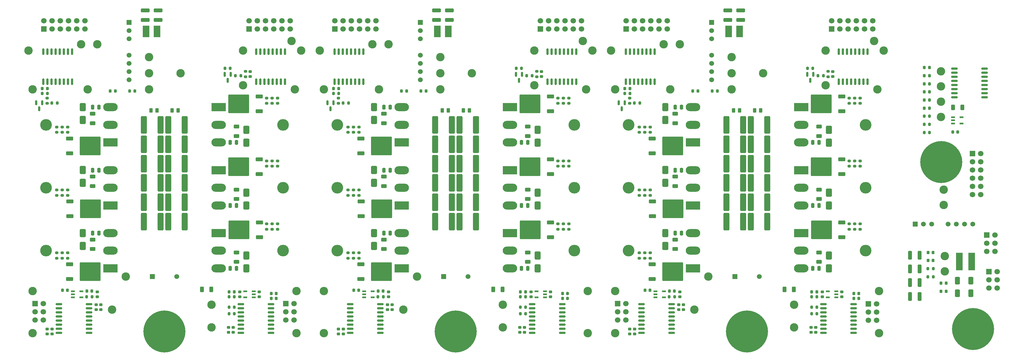
<source format=gbr>
%TF.GenerationSoftware,KiCad,Pcbnew,9.0.1*%
%TF.CreationDate,2025-07-31T04:03:32-05:00*%
%TF.ProjectId,TractionInverter,54726163-7469-46f6-9e49-6e7665727465,rev?*%
%TF.SameCoordinates,Original*%
%TF.FileFunction,Soldermask,Top*%
%TF.FilePolarity,Negative*%
%FSLAX46Y46*%
G04 Gerber Fmt 4.6, Leading zero omitted, Abs format (unit mm)*
G04 Created by KiCad (PCBNEW 9.0.1) date 2025-07-31 04:03:32*
%MOMM*%
%LPD*%
G01*
G04 APERTURE LIST*
G04 Aperture macros list*
%AMRoundRect*
0 Rectangle with rounded corners*
0 $1 Rounding radius*
0 $2 $3 $4 $5 $6 $7 $8 $9 X,Y pos of 4 corners*
0 Add a 4 corners polygon primitive as box body*
4,1,4,$2,$3,$4,$5,$6,$7,$8,$9,$2,$3,0*
0 Add four circle primitives for the rounded corners*
1,1,$1+$1,$2,$3*
1,1,$1+$1,$4,$5*
1,1,$1+$1,$6,$7*
1,1,$1+$1,$8,$9*
0 Add four rect primitives between the rounded corners*
20,1,$1+$1,$2,$3,$4,$5,0*
20,1,$1+$1,$4,$5,$6,$7,0*
20,1,$1+$1,$6,$7,$8,$9,0*
20,1,$1+$1,$8,$9,$2,$3,0*%
G04 Aperture macros list end*
%ADD10RoundRect,0.225000X-0.225000X-0.250000X0.225000X-0.250000X0.225000X0.250000X-0.225000X0.250000X0*%
%ADD11C,2.604000*%
%ADD12C,0.900000*%
%ADD13C,13.000000*%
%ADD14RoundRect,0.250000X-0.325000X-1.100000X0.325000X-1.100000X0.325000X1.100000X-0.325000X1.100000X0*%
%ADD15R,1.150000X0.600000*%
%ADD16RoundRect,0.218750X-0.218750X-0.256250X0.218750X-0.256250X0.218750X0.256250X-0.218750X0.256250X0*%
%ADD17R,1.700000X1.700000*%
%ADD18C,1.700000*%
%ADD19RoundRect,0.150000X-0.875000X-0.150000X0.875000X-0.150000X0.875000X0.150000X-0.875000X0.150000X0*%
%ADD20RoundRect,0.249999X-0.525001X-0.900001X0.525001X-0.900001X0.525001X0.900001X-0.525001X0.900001X0*%
%ADD21RoundRect,0.200000X-0.200000X-0.275000X0.200000X-0.275000X0.200000X0.275000X-0.200000X0.275000X0*%
%ADD22R,2.150000X5.500000*%
%ADD23R,1.500000X1.500000*%
%ADD24C,1.500000*%
%ADD25RoundRect,0.250000X-0.312500X-0.625000X0.312500X-0.625000X0.312500X0.625000X-0.312500X0.625000X0*%
%ADD26RoundRect,0.200000X0.275000X-0.200000X0.275000X0.200000X-0.275000X0.200000X-0.275000X-0.200000X0*%
%ADD27RoundRect,0.200000X-0.275000X0.200000X-0.275000X-0.200000X0.275000X-0.200000X0.275000X0.200000X0*%
%ADD28RoundRect,0.200000X0.200000X0.275000X-0.200000X0.275000X-0.200000X-0.275000X0.200000X-0.275000X0*%
%ADD29RoundRect,0.250000X-0.625000X0.312500X-0.625000X-0.312500X0.625000X-0.312500X0.625000X0.312500X0*%
%ADD30RoundRect,0.250000X0.625000X-0.312500X0.625000X0.312500X-0.625000X0.312500X-0.625000X-0.312500X0*%
%ADD31RoundRect,0.250000X-0.262500X-0.450000X0.262500X-0.450000X0.262500X0.450000X-0.262500X0.450000X0*%
%ADD32RoundRect,0.250000X0.250000X0.475000X-0.250000X0.475000X-0.250000X-0.475000X0.250000X-0.475000X0*%
%ADD33RoundRect,0.225000X0.225000X0.250000X-0.225000X0.250000X-0.225000X-0.250000X0.225000X-0.250000X0*%
%ADD34RoundRect,0.250000X-0.250000X-0.475000X0.250000X-0.475000X0.250000X0.475000X-0.250000X0.475000X0*%
%ADD35RoundRect,0.225000X0.250000X-0.225000X0.250000X0.225000X-0.250000X0.225000X-0.250000X-0.225000X0*%
%ADD36RoundRect,0.225000X-0.250000X0.225000X-0.250000X-0.225000X0.250000X-0.225000X0.250000X0.225000X0*%
%ADD37RoundRect,0.250000X1.100000X-0.325000X1.100000X0.325000X-1.100000X0.325000X-1.100000X-0.325000X0*%
%ADD38RoundRect,0.250000X-0.650000X-2.450000X0.650000X-2.450000X0.650000X2.450000X-0.650000X2.450000X0*%
%ADD39RoundRect,0.250000X-0.650000X1.000000X-0.650000X-1.000000X0.650000X-1.000000X0.650000X1.000000X0*%
%ADD40RoundRect,0.150000X-0.150000X0.587500X-0.150000X-0.587500X0.150000X-0.587500X0.150000X0.587500X0*%
%ADD41RoundRect,0.250000X0.650000X-1.000000X0.650000X1.000000X-0.650000X1.000000X-0.650000X-1.000000X0*%
%ADD42RoundRect,0.150000X0.150000X-0.875000X0.150000X0.875000X-0.150000X0.875000X-0.150000X-0.875000X0*%
%ADD43RoundRect,0.218750X0.218750X0.256250X-0.218750X0.256250X-0.218750X-0.256250X0.218750X-0.256250X0*%
%ADD44RoundRect,0.250000X0.850000X0.350000X-0.850000X0.350000X-0.850000X-0.350000X0.850000X-0.350000X0*%
%ADD45RoundRect,0.249997X2.950003X2.650003X-2.950003X2.650003X-2.950003X-2.650003X2.950003X-2.650003X0*%
%ADD46RoundRect,0.150000X0.875000X0.150000X-0.875000X0.150000X-0.875000X-0.150000X0.875000X-0.150000X0*%
%ADD47RoundRect,0.218750X-0.256250X0.218750X-0.256250X-0.218750X0.256250X-0.218750X0.256250X0.218750X0*%
%ADD48O,3.600000X3.600000*%
%ADD49R,4.500000X2.500000*%
%ADD50O,4.500000X2.500000*%
%ADD51RoundRect,0.250000X-0.850000X-0.350000X0.850000X-0.350000X0.850000X0.350000X-0.850000X0.350000X0*%
%ADD52RoundRect,0.249997X-2.950003X-2.650003X2.950003X-2.650003X2.950003X2.650003X-2.950003X2.650003X0*%
%ADD53R,2.000000X3.600000*%
G04 APERTURE END LIST*
D10*
%TO.C,C161*%
X292405000Y-57140000D03*
X293955000Y-57140000D03*
%TD*%
%TO.C,C160*%
X292405000Y-54630000D03*
X293955000Y-54630000D03*
%TD*%
%TO.C,C164*%
X292405000Y-64670000D03*
X293955000Y-64670000D03*
%TD*%
%TO.C,C162*%
X292405000Y-59650000D03*
X293955000Y-59650000D03*
%TD*%
%TO.C,C163*%
X292405000Y-62160000D03*
X293955000Y-62160000D03*
%TD*%
%TO.C,C165*%
X292405000Y-67180000D03*
X293955000Y-67180000D03*
%TD*%
D11*
%TO.C,TP20*%
X298700000Y-117720000D03*
%TD*%
%TO.C,TP19*%
X298700000Y-112990000D03*
%TD*%
%TO.C,TP73*%
X297550000Y-65200000D03*
%TD*%
%TO.C,TP71*%
X297550000Y-55740000D03*
%TD*%
%TO.C,TP72*%
X297550000Y-60470000D03*
%TD*%
%TO.C,TP74*%
X297550000Y-69930000D03*
%TD*%
%TO.C,TP2*%
X298370000Y-97160000D03*
%TD*%
%TO.C,TP1*%
X298370000Y-92430000D03*
%TD*%
D12*
%TO.C,J1*%
X302595354Y-135577146D03*
X304023208Y-132130000D03*
X304023208Y-139024292D03*
X307470354Y-130702146D03*
D13*
X307470354Y-135577146D03*
D12*
X307470354Y-140452146D03*
X310917500Y-132130000D03*
X310917500Y-139024292D03*
X312345354Y-135577146D03*
%TD*%
D14*
%TO.C,C42*%
X288025000Y-112750000D03*
X290975000Y-112750000D03*
%TD*%
%TO.C,C46*%
X288025000Y-125500000D03*
X290975000Y-125500000D03*
%TD*%
D15*
%TO.C,U11*%
X301265000Y-70020000D03*
X301265000Y-70970000D03*
X301265000Y-71920000D03*
X303865000Y-71920000D03*
X303865000Y-70020000D03*
%TD*%
D16*
%TO.C,D39*%
X301172500Y-74590000D03*
X302747500Y-74590000D03*
%TD*%
D17*
%TO.C,J18*%
X307330000Y-81250000D03*
D18*
X309870000Y-81250000D03*
X307330000Y-83790000D03*
X309870000Y-83790000D03*
X307330000Y-86330000D03*
X309870000Y-86330000D03*
X307330000Y-88870000D03*
X309870000Y-88870000D03*
X307330000Y-91410000D03*
X309870000Y-91410000D03*
X307330000Y-93950000D03*
X309870000Y-93950000D03*
%TD*%
D17*
%TO.C,J12*%
X312330000Y-117830000D03*
D18*
X314870000Y-117830000D03*
X312330000Y-120370000D03*
X314870000Y-120370000D03*
X312330000Y-122910000D03*
X314870000Y-122910000D03*
%TD*%
D19*
%TO.C,IC13*%
X301720000Y-54965000D03*
X301720000Y-56235000D03*
X301720000Y-57505000D03*
X301720000Y-58775000D03*
X301720000Y-60045000D03*
X301720000Y-61315000D03*
X301720000Y-62585000D03*
X301720000Y-63855000D03*
X311020000Y-63855000D03*
X311020000Y-62585000D03*
X311020000Y-61315000D03*
X311020000Y-60045000D03*
X311020000Y-58775000D03*
X311020000Y-57505000D03*
X311020000Y-56235000D03*
X311020000Y-54965000D03*
%TD*%
D14*
%TO.C,C44*%
X288025000Y-121250000D03*
X290975000Y-121250000D03*
%TD*%
D20*
%TO.C,C47*%
X302615000Y-124520000D03*
X306765000Y-124520000D03*
%TD*%
D21*
%TO.C,R37*%
X293505000Y-116900000D03*
X295155000Y-116900000D03*
%TD*%
D22*
%TO.C,L1*%
X303203500Y-114688500D03*
X307053500Y-114688500D03*
%TD*%
D20*
%TO.C,C40*%
X302615000Y-120670000D03*
X306765000Y-120670000D03*
%TD*%
D14*
%TO.C,C43*%
X288025000Y-117000000D03*
X290975000Y-117000000D03*
%TD*%
D23*
%TO.C,U2*%
X289585000Y-103120000D03*
D24*
X292125000Y-103120000D03*
X294665000Y-103120000D03*
X299745000Y-103120000D03*
X302285000Y-103120000D03*
X304825000Y-103120000D03*
X307365000Y-103120000D03*
%TD*%
D17*
%TO.C,J13*%
X311720000Y-106500000D03*
D18*
X314260000Y-106500000D03*
X311720000Y-109040000D03*
X314260000Y-109040000D03*
X311720000Y-111580000D03*
X314260000Y-111580000D03*
%TD*%
D16*
%TO.C,D4*%
X297592500Y-121380000D03*
X299167500Y-121380000D03*
%TD*%
D10*
%TO.C,C41*%
X293555000Y-111880000D03*
X295105000Y-111880000D03*
%TD*%
D12*
%TO.C,J2*%
X292797854Y-83922854D03*
X294225708Y-80475708D03*
X294225708Y-87370000D03*
X297672854Y-79047854D03*
D13*
X297672854Y-83922854D03*
D12*
X297672854Y-88797854D03*
X301120000Y-80475708D03*
X301120000Y-87370000D03*
X302547854Y-83922854D03*
%TD*%
D10*
%TO.C,C45*%
X293555000Y-114390000D03*
X295105000Y-114390000D03*
%TD*%
D21*
%TO.C,R38*%
X293505000Y-119410000D03*
X295155000Y-119410000D03*
%TD*%
D16*
%TO.C,D5*%
X297592500Y-123970000D03*
X299167500Y-123970000D03*
%TD*%
D21*
%TO.C,R139*%
X292355000Y-72200000D03*
X294005000Y-72200000D03*
%TD*%
D25*
%TO.C,R137*%
X301257500Y-66990000D03*
X304182500Y-66990000D03*
%TD*%
D21*
%TO.C,R138*%
X292355000Y-69690000D03*
X294005000Y-69690000D03*
%TD*%
%TO.C,R140*%
X292355000Y-74710000D03*
X294005000Y-74710000D03*
%TD*%
D11*
%TO.C,TP30*%
X106893207Y-61360295D03*
%TD*%
%TO.C,TP34*%
X171893207Y-49360295D03*
%TD*%
%TO.C,TP28*%
X142893207Y-56360295D03*
%TD*%
%TO.C,TP29*%
X105643207Y-49360295D03*
%TD*%
%TO.C,TP31*%
X123893207Y-61360295D03*
%TD*%
%TO.C,TP32*%
X126893207Y-47360295D03*
%TD*%
%TO.C,TP27*%
X135643207Y-119360295D03*
%TD*%
%TO.C,TP33*%
X121893207Y-47360295D03*
%TD*%
%TO.C,TP35*%
X152643207Y-56360295D03*
%TD*%
%TO.C,TP36*%
X189893207Y-49360295D03*
%TD*%
%TO.C,TP41*%
X162143207Y-128110295D03*
%TD*%
%TO.C,TP39*%
X187893207Y-61360295D03*
%TD*%
%TO.C,TP40*%
X162143207Y-135110295D03*
%TD*%
%TO.C,TP42*%
X188393207Y-123860295D03*
%TD*%
%TO.C,TP37*%
X186893207Y-46360295D03*
%TD*%
%TO.C,TP47*%
X106893207Y-136860295D03*
%TD*%
%TO.C,TP45*%
X142893207Y-61360295D03*
%TD*%
%TO.C,TP38*%
X171893207Y-60110295D03*
%TD*%
%TO.C,TP48*%
X106893207Y-123860295D03*
%TD*%
%TO.C,TP46*%
X131393207Y-129610295D03*
%TD*%
%TO.C,TP43*%
X188393207Y-136860295D03*
%TD*%
%TO.C,TP44*%
X142893207Y-51360295D03*
%TD*%
D26*
%TO.C,R69*%
X117743207Y-113685295D03*
X117743207Y-112035295D03*
%TD*%
D27*
%TO.C,R66*%
X180893207Y-103035295D03*
X180893207Y-104685295D03*
%TD*%
D28*
%TO.C,R70*%
X167968207Y-54860295D03*
X166318207Y-54860295D03*
%TD*%
D29*
%TO.C,R74*%
X125393207Y-88397795D03*
X125393207Y-91322795D03*
%TD*%
D26*
%TO.C,R72*%
X172643207Y-57435295D03*
X172643207Y-55785295D03*
%TD*%
D27*
%TO.C,R67*%
X116043207Y-112035295D03*
X116043207Y-113685295D03*
%TD*%
D29*
%TO.C,R73*%
X125393207Y-68897795D03*
X125393207Y-71822795D03*
%TD*%
D26*
%TO.C,R68*%
X182593207Y-104685295D03*
X182593207Y-103035295D03*
%TD*%
D29*
%TO.C,R75*%
X125393207Y-107897795D03*
X125393207Y-110822795D03*
%TD*%
D21*
%TO.C,R71*%
X169568207Y-57110295D03*
X171218207Y-57110295D03*
%TD*%
D30*
%TO.C,R78*%
X169893207Y-95322795D03*
X169893207Y-92397795D03*
%TD*%
D28*
%TO.C,R87*%
X169218207Y-128860295D03*
X167568207Y-128860295D03*
%TD*%
D30*
%TO.C,R79*%
X169893207Y-114822795D03*
X169893207Y-111897795D03*
%TD*%
%TO.C,R77*%
X169893207Y-75822795D03*
X169893207Y-72897795D03*
%TD*%
D25*
%TO.C,R86*%
X159180707Y-123360295D03*
X162105707Y-123360295D03*
%TD*%
D21*
%TO.C,R92*%
X123568207Y-125610295D03*
X125218207Y-125610295D03*
%TD*%
D31*
%TO.C,R142*%
X149980707Y-67860295D03*
X151805707Y-67860295D03*
%TD*%
D21*
%TO.C,R88*%
X167568207Y-130860295D03*
X169218207Y-130860295D03*
%TD*%
D28*
%TO.C,R89*%
X169218207Y-125610295D03*
X167568207Y-125610295D03*
%TD*%
D31*
%TO.C,R141*%
X143480707Y-67860295D03*
X145305707Y-67860295D03*
%TD*%
D15*
%TO.C,U7*%
X119343207Y-123910295D03*
X119343207Y-124860295D03*
X119343207Y-125810295D03*
X121943207Y-125810295D03*
X121943207Y-123910295D03*
%TD*%
D23*
%TO.C,U6*%
X136653207Y-40580295D03*
D24*
X136653207Y-43120295D03*
X136653207Y-45660295D03*
X136653207Y-50740295D03*
X136653207Y-53280295D03*
X136653207Y-55820295D03*
X136653207Y-58360295D03*
%TD*%
D15*
%TO.C,U5*%
X175193207Y-125810295D03*
X175193207Y-124860295D03*
X175193207Y-123910295D03*
X172593207Y-123910295D03*
X172593207Y-125810295D03*
%TD*%
D32*
%TO.C,C74*%
X169843207Y-97310295D03*
X167943207Y-97310295D03*
%TD*%
D33*
%TO.C,C68*%
X111418207Y-61110295D03*
X109868207Y-61110295D03*
%TD*%
D34*
%TO.C,C71*%
X125443207Y-86410295D03*
X127343207Y-86410295D03*
%TD*%
%TO.C,C72*%
X125443207Y-105910295D03*
X127343207Y-105910295D03*
%TD*%
D32*
%TO.C,C73*%
X169843207Y-77810295D03*
X167943207Y-77810295D03*
%TD*%
D34*
%TO.C,C70*%
X125443207Y-66910295D03*
X127343207Y-66910295D03*
%TD*%
D35*
%TO.C,C69*%
X174143207Y-57385295D03*
X174143207Y-55835295D03*
%TD*%
D32*
%TO.C,C75*%
X169843207Y-116860295D03*
X167943207Y-116860295D03*
%TD*%
D35*
%TO.C,C95*%
X170893207Y-125635295D03*
X170893207Y-124085295D03*
%TD*%
%TO.C,C94*%
X176893207Y-125635295D03*
X176893207Y-124085295D03*
%TD*%
D36*
%TO.C,C96*%
X167393207Y-135085295D03*
X167393207Y-136635295D03*
%TD*%
D33*
%TO.C,C98*%
X182168207Y-126110295D03*
X180618207Y-126110295D03*
%TD*%
D36*
%TO.C,C97*%
X168893207Y-135085295D03*
X168893207Y-136635295D03*
%TD*%
D33*
%TO.C,C99*%
X182168207Y-124610295D03*
X180618207Y-124610295D03*
%TD*%
D37*
%TO.C,C103*%
X145643207Y-39887795D03*
X145643207Y-36937795D03*
%TD*%
%TO.C,C104*%
X141643207Y-39887795D03*
X141643207Y-36937795D03*
%TD*%
D33*
%TO.C,C108*%
X117668207Y-123610295D03*
X116118207Y-123610295D03*
%TD*%
D36*
%TO.C,C112*%
X112893207Y-135585295D03*
X112893207Y-137135295D03*
%TD*%
D38*
%TO.C,C167*%
X141293207Y-72360295D03*
X146393207Y-72360295D03*
%TD*%
D36*
%TO.C,C113*%
X111393207Y-135585295D03*
X111393207Y-137135295D03*
%TD*%
D38*
%TO.C,C168*%
X141293207Y-78360295D03*
X146393207Y-78360295D03*
%TD*%
%TO.C,C173*%
X148793207Y-72360295D03*
X153893207Y-72360295D03*
%TD*%
%TO.C,C170*%
X141293207Y-90360295D03*
X146393207Y-90360295D03*
%TD*%
D10*
%TO.C,C109*%
X123618207Y-123860295D03*
X125168207Y-123860295D03*
%TD*%
D35*
%TO.C,C110*%
X127993207Y-129635295D03*
X127993207Y-128085295D03*
%TD*%
%TO.C,C111*%
X126493207Y-129635295D03*
X126493207Y-128085295D03*
%TD*%
D23*
%TO.C,C166*%
X143893207Y-119360295D03*
D24*
X151393207Y-119360295D03*
%TD*%
D38*
%TO.C,C169*%
X141293207Y-84360295D03*
X146393207Y-84360295D03*
%TD*%
%TO.C,C171*%
X141293207Y-96360295D03*
X146393207Y-96360295D03*
%TD*%
%TO.C,C172*%
X141293207Y-102360295D03*
X146393207Y-102360295D03*
%TD*%
%TO.C,C174*%
X148793207Y-78360295D03*
X153893207Y-78360295D03*
%TD*%
%TO.C,C176*%
X148793207Y-90360295D03*
X153893207Y-90360295D03*
%TD*%
D39*
%TO.C,D19*%
X122393207Y-105860295D03*
X122393207Y-109860295D03*
%TD*%
%TO.C,D17*%
X122393207Y-66860295D03*
X122393207Y-70860295D03*
%TD*%
D40*
%TO.C,D16*%
X168093207Y-56735295D03*
X166193207Y-56735295D03*
X167143207Y-58610295D03*
%TD*%
D38*
%TO.C,C178*%
X148793207Y-102360295D03*
X153893207Y-102360295D03*
%TD*%
D40*
%TO.C,D15*%
X109843207Y-65485295D03*
X107943207Y-65485295D03*
X108893207Y-67360295D03*
%TD*%
D16*
%TO.C,D24*%
X136855707Y-61860295D03*
X138430707Y-61860295D03*
%TD*%
D38*
%TO.C,C175*%
X148793207Y-84360295D03*
X153893207Y-84360295D03*
%TD*%
%TO.C,C177*%
X148793207Y-96360295D03*
X153893207Y-96360295D03*
%TD*%
D39*
%TO.C,D18*%
X122393207Y-86360295D03*
X122393207Y-90360295D03*
%TD*%
D41*
%TO.C,D20*%
X172893207Y-77860295D03*
X172893207Y-73860295D03*
%TD*%
%TO.C,D22*%
X172893207Y-116860295D03*
X172893207Y-112860295D03*
%TD*%
D42*
%TO.C,IC6*%
X175948207Y-59010295D03*
X177218207Y-59010295D03*
X178488207Y-59010295D03*
X179758207Y-59010295D03*
X181028207Y-59010295D03*
X182298207Y-59010295D03*
X183568207Y-59010295D03*
X184838207Y-59010295D03*
X184838207Y-49710295D03*
X183568207Y-49710295D03*
X182298207Y-49710295D03*
X181028207Y-49710295D03*
X179758207Y-49710295D03*
X178488207Y-49710295D03*
X177218207Y-49710295D03*
X175948207Y-49710295D03*
%TD*%
D41*
%TO.C,D21*%
X172893207Y-97360295D03*
X172893207Y-93360295D03*
%TD*%
D43*
%TO.C,D23*%
X169180707Y-124110295D03*
X167605707Y-124110295D03*
%TD*%
D19*
%TO.C,IC7*%
X171243207Y-127915295D03*
X171243207Y-129185295D03*
X171243207Y-130455295D03*
X171243207Y-131725295D03*
X171243207Y-132995295D03*
X171243207Y-134265295D03*
X171243207Y-135535295D03*
X171243207Y-136805295D03*
X180543207Y-136805295D03*
X180543207Y-135535295D03*
X180543207Y-134265295D03*
X180543207Y-132995295D03*
X180543207Y-131725295D03*
X180543207Y-130455295D03*
X180543207Y-129185295D03*
X180543207Y-127915295D03*
%TD*%
D44*
%TO.C,Q13*%
X176868207Y-68140295D03*
D45*
X170568207Y-65860295D03*
D44*
X176868207Y-63580295D03*
%TD*%
D46*
%TO.C,IC8*%
X124293207Y-136805295D03*
X124293207Y-135535295D03*
X124293207Y-134265295D03*
X124293207Y-132995295D03*
X124293207Y-131725295D03*
X124293207Y-130455295D03*
X124293207Y-129185295D03*
X124293207Y-127915295D03*
X114993207Y-127915295D03*
X114993207Y-129185295D03*
X114993207Y-130455295D03*
X114993207Y-131725295D03*
X114993207Y-132995295D03*
X114993207Y-134265295D03*
X114993207Y-135535295D03*
X114993207Y-136805295D03*
%TD*%
D47*
%TO.C,D26*%
X126893207Y-124072795D03*
X126893207Y-125647795D03*
%TD*%
D42*
%TO.C,IC5*%
X110198207Y-59010295D03*
X111468207Y-59010295D03*
X112738207Y-59010295D03*
X114008207Y-59010295D03*
X115278207Y-59010295D03*
X116548207Y-59010295D03*
X117818207Y-59010295D03*
X119088207Y-59010295D03*
X119088207Y-49710295D03*
X117818207Y-49710295D03*
X116548207Y-49710295D03*
X115278207Y-49710295D03*
X114008207Y-49710295D03*
X112738207Y-49710295D03*
X111468207Y-49710295D03*
X110198207Y-49710295D03*
%TD*%
D16*
%TO.C,D25*%
X130855707Y-61912795D03*
X132430707Y-61912795D03*
%TD*%
D48*
%TO.C,Q20*%
X111033207Y-91860295D03*
D49*
X130893207Y-97310295D03*
D50*
X130893207Y-91860295D03*
X130893207Y-86410295D03*
%TD*%
D51*
%TO.C,Q18*%
X118343207Y-115580295D03*
D52*
X124643207Y-117860295D03*
D51*
X118343207Y-120140295D03*
%TD*%
D48*
%TO.C,Q22*%
X184253207Y-72360295D03*
D49*
X164393207Y-66910295D03*
D50*
X164393207Y-72360295D03*
X164393207Y-77810295D03*
%TD*%
D53*
%TO.C,L3*%
X145343207Y-43412795D03*
X141943207Y-43412795D03*
%TD*%
D51*
%TO.C,Q14*%
X118343207Y-76605295D03*
D52*
X124643207Y-78885295D03*
D51*
X118343207Y-81165295D03*
%TD*%
D44*
%TO.C,Q15*%
X176868207Y-87615295D03*
D45*
X170568207Y-85335295D03*
D44*
X176868207Y-83055295D03*
%TD*%
%TO.C,Q17*%
X176943207Y-107140295D03*
D45*
X170643207Y-104860295D03*
D44*
X176943207Y-102580295D03*
%TD*%
D51*
%TO.C,Q16*%
X118418207Y-96105295D03*
D52*
X124718207Y-98385295D03*
D51*
X118418207Y-100665295D03*
%TD*%
D48*
%TO.C,Q19*%
X111033207Y-72360295D03*
D49*
X130893207Y-77810295D03*
D50*
X130893207Y-72360295D03*
X130893207Y-66910295D03*
%TD*%
D48*
%TO.C,Q21*%
X111033207Y-111360295D03*
D49*
X130893207Y-116810295D03*
D50*
X130893207Y-111360295D03*
X130893207Y-105910295D03*
%TD*%
D48*
%TO.C,Q24*%
X184253207Y-111360295D03*
D49*
X164393207Y-105910295D03*
D50*
X164393207Y-111360295D03*
X164393207Y-116810295D03*
%TD*%
D27*
%TO.C,R53*%
X180893207Y-64035295D03*
X180893207Y-65685295D03*
%TD*%
D26*
%TO.C,R57*%
X117743207Y-74685295D03*
X117743207Y-73035295D03*
%TD*%
D48*
%TO.C,Q23*%
X184253207Y-91860295D03*
D49*
X164393207Y-86410295D03*
D50*
X164393207Y-91860295D03*
X164393207Y-97310295D03*
%TD*%
D26*
%TO.C,R50*%
X179193207Y-65685295D03*
X179193207Y-64035295D03*
%TD*%
%TO.C,R51*%
X114343207Y-74685295D03*
X114343207Y-73035295D03*
%TD*%
D27*
%TO.C,R54*%
X116043207Y-73035295D03*
X116043207Y-74685295D03*
%TD*%
D26*
%TO.C,R56*%
X182593207Y-65685295D03*
X182593207Y-64035295D03*
%TD*%
%TO.C,R52*%
X111393207Y-65685295D03*
X111393207Y-64035295D03*
%TD*%
D28*
%TO.C,R49*%
X114468207Y-65610295D03*
X112818207Y-65610295D03*
%TD*%
%TO.C,R55*%
X111468207Y-62610295D03*
X109818207Y-62610295D03*
%TD*%
D26*
%TO.C,R59*%
X114343207Y-94185295D03*
X114343207Y-92535295D03*
%TD*%
%TO.C,R62*%
X182593207Y-85185295D03*
X182593207Y-83535295D03*
%TD*%
%TO.C,R63*%
X117743207Y-94185295D03*
X117743207Y-92535295D03*
%TD*%
%TO.C,R64*%
X179193207Y-104685295D03*
X179193207Y-103035295D03*
%TD*%
D27*
%TO.C,R61*%
X116043207Y-92535295D03*
X116043207Y-94185295D03*
%TD*%
D26*
%TO.C,R65*%
X114343207Y-113685295D03*
X114343207Y-112035295D03*
%TD*%
%TO.C,R58*%
X179193207Y-85185295D03*
X179193207Y-83535295D03*
%TD*%
D27*
%TO.C,R60*%
X180893207Y-83535295D03*
X180893207Y-85185295D03*
%TD*%
D12*
%TO.C,J4*%
X142768207Y-136360295D03*
X144196061Y-132913149D03*
X144196061Y-139807441D03*
X147643207Y-131485295D03*
D13*
X147643207Y-136360295D03*
D12*
X147643207Y-141235295D03*
X151090353Y-132913149D03*
X151090353Y-139807441D03*
X152518207Y-136360295D03*
%TD*%
D17*
%TO.C,J11*%
X110293207Y-42635295D03*
D18*
X110293207Y-40095295D03*
X112833207Y-42635295D03*
X112833207Y-40095295D03*
X115373207Y-42635295D03*
X115373207Y-40095295D03*
X117913207Y-42635295D03*
X117913207Y-40095295D03*
X120453207Y-42635295D03*
X120453207Y-40095295D03*
X122993207Y-42635295D03*
X122993207Y-40095295D03*
%TD*%
D17*
%TO.C,J10*%
X173793207Y-42635295D03*
D18*
X173793207Y-40095295D03*
X176333207Y-42635295D03*
X176333207Y-40095295D03*
X178873207Y-42635295D03*
X178873207Y-40095295D03*
X181413207Y-42635295D03*
X181413207Y-40095295D03*
X183953207Y-42635295D03*
X183953207Y-40095295D03*
X186493207Y-42635295D03*
X186493207Y-40095295D03*
%TD*%
D11*
%TO.C,TP53*%
X213893207Y-61360295D03*
%TD*%
%TO.C,TP55*%
X211893207Y-47360295D03*
%TD*%
%TO.C,TP50*%
X232893207Y-56360295D03*
%TD*%
%TO.C,TP51*%
X195643207Y-49360295D03*
%TD*%
%TO.C,TP52*%
X196893207Y-61360295D03*
%TD*%
%TO.C,TP49*%
X225643207Y-119360295D03*
%TD*%
%TO.C,TP54*%
X216893207Y-47360295D03*
%TD*%
%TO.C,TP56*%
X261893207Y-49360295D03*
%TD*%
%TO.C,TP60*%
X261893207Y-60110295D03*
%TD*%
%TO.C,TP66*%
X232893207Y-51360295D03*
%TD*%
%TO.C,TP57*%
X242643207Y-56360295D03*
%TD*%
%TO.C,TP61*%
X277893207Y-61360295D03*
%TD*%
%TO.C,TP63*%
X252143207Y-128110295D03*
%TD*%
%TO.C,TP62*%
X252143207Y-135110295D03*
%TD*%
%TO.C,TP64*%
X278393207Y-123860295D03*
%TD*%
%TO.C,TP58*%
X279893207Y-49360295D03*
%TD*%
%TO.C,TP59*%
X276893207Y-46360295D03*
%TD*%
%TO.C,TP65*%
X278393207Y-136860295D03*
%TD*%
%TO.C,TP67*%
X232893207Y-61360295D03*
%TD*%
%TO.C,TP68*%
X221393207Y-129610295D03*
%TD*%
%TO.C,TP69*%
X196893207Y-136860295D03*
%TD*%
%TO.C,TP70*%
X196893207Y-123860295D03*
%TD*%
D15*
%TO.C,U8*%
X262593207Y-125810295D03*
X262593207Y-123910295D03*
X265193207Y-123910295D03*
X265193207Y-124860295D03*
X265193207Y-125810295D03*
%TD*%
D24*
%TO.C,U9*%
X226653207Y-58360295D03*
X226653207Y-55820295D03*
X226653207Y-53280295D03*
X226653207Y-50740295D03*
X226653207Y-45660295D03*
X226653207Y-43120295D03*
D23*
X226653207Y-40580295D03*
%TD*%
D15*
%TO.C,U10*%
X211943207Y-123910295D03*
X211943207Y-125810295D03*
X209343207Y-125810295D03*
X209343207Y-124860295D03*
X209343207Y-123910295D03*
%TD*%
D28*
%TO.C,R133*%
X257568207Y-125610295D03*
X259218207Y-125610295D03*
%TD*%
D30*
%TO.C,R122*%
X259893207Y-92397795D03*
X259893207Y-95322795D03*
%TD*%
%TO.C,R123*%
X259893207Y-111897795D03*
X259893207Y-114822795D03*
%TD*%
D25*
%TO.C,R130*%
X252105707Y-123360295D03*
X249180707Y-123360295D03*
%TD*%
D28*
%TO.C,R131*%
X257568207Y-128860295D03*
X259218207Y-128860295D03*
%TD*%
D21*
%TO.C,R132*%
X259218207Y-130860295D03*
X257568207Y-130860295D03*
%TD*%
%TO.C,R136*%
X215218207Y-125610295D03*
X213568207Y-125610295D03*
%TD*%
D31*
%TO.C,R143*%
X235305707Y-67860295D03*
X233480707Y-67860295D03*
%TD*%
%TO.C,R144*%
X241805707Y-67860295D03*
X239980707Y-67860295D03*
%TD*%
D32*
%TO.C,C120*%
X257943207Y-97310295D03*
X259843207Y-97310295D03*
%TD*%
D33*
%TO.C,C114*%
X199868207Y-61110295D03*
X201418207Y-61110295D03*
%TD*%
D35*
%TO.C,C115*%
X264143207Y-55835295D03*
X264143207Y-57385295D03*
%TD*%
D34*
%TO.C,C116*%
X217343207Y-66910295D03*
X215443207Y-66910295D03*
%TD*%
%TO.C,C117*%
X217343207Y-86410295D03*
X215443207Y-86410295D03*
%TD*%
D32*
%TO.C,C119*%
X257943207Y-77810295D03*
X259843207Y-77810295D03*
%TD*%
D34*
%TO.C,C118*%
X217343207Y-105910295D03*
X215443207Y-105910295D03*
%TD*%
D32*
%TO.C,C121*%
X257943207Y-116860295D03*
X259843207Y-116860295D03*
%TD*%
D35*
%TO.C,C141*%
X260893207Y-124085295D03*
X260893207Y-125635295D03*
%TD*%
D37*
%TO.C,C149*%
X235643207Y-36937795D03*
X235643207Y-39887795D03*
%TD*%
D35*
%TO.C,C140*%
X266893207Y-124085295D03*
X266893207Y-125635295D03*
%TD*%
D36*
%TO.C,C142*%
X257393207Y-136635295D03*
X257393207Y-135085295D03*
%TD*%
%TO.C,C143*%
X258893207Y-136635295D03*
X258893207Y-135085295D03*
%TD*%
D33*
%TO.C,C144*%
X270618207Y-126110295D03*
X272168207Y-126110295D03*
%TD*%
%TO.C,C145*%
X270618207Y-124610295D03*
X272168207Y-124610295D03*
%TD*%
D37*
%TO.C,C150*%
X231643207Y-36937795D03*
X231643207Y-39887795D03*
%TD*%
D35*
%TO.C,C156*%
X217993207Y-128085295D03*
X217993207Y-129635295D03*
%TD*%
%TO.C,C157*%
X216493207Y-128085295D03*
X216493207Y-129635295D03*
%TD*%
D38*
%TO.C,C180*%
X236393207Y-72360295D03*
X231293207Y-72360295D03*
%TD*%
D36*
%TO.C,C159*%
X201393207Y-137135295D03*
X201393207Y-135585295D03*
%TD*%
D10*
%TO.C,C155*%
X215168207Y-123860295D03*
X213618207Y-123860295D03*
%TD*%
D24*
%TO.C,C179*%
X241393207Y-119360295D03*
D23*
X233893207Y-119360295D03*
%TD*%
D38*
%TO.C,C184*%
X236393207Y-96360295D03*
X231293207Y-96360295D03*
%TD*%
%TO.C,C181*%
X236393207Y-78360295D03*
X231293207Y-78360295D03*
%TD*%
D33*
%TO.C,C154*%
X206118207Y-123610295D03*
X207668207Y-123610295D03*
%TD*%
D36*
%TO.C,C158*%
X202893207Y-137135295D03*
X202893207Y-135585295D03*
%TD*%
D38*
%TO.C,C182*%
X236393207Y-84360295D03*
X231293207Y-84360295D03*
%TD*%
%TO.C,C183*%
X236393207Y-90360295D03*
X231293207Y-90360295D03*
%TD*%
%TO.C,C191*%
X243893207Y-102360295D03*
X238793207Y-102360295D03*
%TD*%
%TO.C,C187*%
X243893207Y-78360295D03*
X238793207Y-78360295D03*
%TD*%
%TO.C,C190*%
X243893207Y-96360295D03*
X238793207Y-96360295D03*
%TD*%
D39*
%TO.C,D31*%
X212393207Y-109860295D03*
X212393207Y-105860295D03*
%TD*%
D38*
%TO.C,C188*%
X243893207Y-84360295D03*
X238793207Y-84360295D03*
%TD*%
%TO.C,C185*%
X236393207Y-102360295D03*
X231293207Y-102360295D03*
%TD*%
%TO.C,C186*%
X243893207Y-72360295D03*
X238793207Y-72360295D03*
%TD*%
%TO.C,C189*%
X243893207Y-90360295D03*
X238793207Y-90360295D03*
%TD*%
D40*
%TO.C,D27*%
X198893207Y-67360295D03*
X197943207Y-65485295D03*
X199843207Y-65485295D03*
%TD*%
%TO.C,D28*%
X257143207Y-58610295D03*
X256193207Y-56735295D03*
X258093207Y-56735295D03*
%TD*%
D39*
%TO.C,D29*%
X212393207Y-70860295D03*
X212393207Y-66860295D03*
%TD*%
%TO.C,D30*%
X212393207Y-90360295D03*
X212393207Y-86360295D03*
%TD*%
D41*
%TO.C,D32*%
X262893207Y-73860295D03*
X262893207Y-77860295D03*
%TD*%
D42*
%TO.C,IC10*%
X265948207Y-49710295D03*
X267218207Y-49710295D03*
X268488207Y-49710295D03*
X269758207Y-49710295D03*
X271028207Y-49710295D03*
X272298207Y-49710295D03*
X273568207Y-49710295D03*
X274838207Y-49710295D03*
X274838207Y-59010295D03*
X273568207Y-59010295D03*
X272298207Y-59010295D03*
X271028207Y-59010295D03*
X269758207Y-59010295D03*
X268488207Y-59010295D03*
X267218207Y-59010295D03*
X265948207Y-59010295D03*
%TD*%
D46*
%TO.C,IC12*%
X204993207Y-136805295D03*
X204993207Y-135535295D03*
X204993207Y-134265295D03*
X204993207Y-132995295D03*
X204993207Y-131725295D03*
X204993207Y-130455295D03*
X204993207Y-129185295D03*
X204993207Y-127915295D03*
X214293207Y-127915295D03*
X214293207Y-129185295D03*
X214293207Y-130455295D03*
X214293207Y-131725295D03*
X214293207Y-132995295D03*
X214293207Y-134265295D03*
X214293207Y-135535295D03*
X214293207Y-136805295D03*
%TD*%
D41*
%TO.C,D33*%
X262893207Y-93360295D03*
X262893207Y-97360295D03*
%TD*%
D43*
%TO.C,D35*%
X257605707Y-124110295D03*
X259180707Y-124110295D03*
%TD*%
D16*
%TO.C,D37*%
X222430707Y-61912795D03*
X220855707Y-61912795D03*
%TD*%
%TO.C,D36*%
X228430707Y-61860295D03*
X226855707Y-61860295D03*
%TD*%
D47*
%TO.C,D38*%
X216893207Y-125647795D03*
X216893207Y-124072795D03*
%TD*%
D41*
%TO.C,D34*%
X262893207Y-112860295D03*
X262893207Y-116860295D03*
%TD*%
D42*
%TO.C,IC9*%
X200198207Y-49710295D03*
X201468207Y-49710295D03*
X202738207Y-49710295D03*
X204008207Y-49710295D03*
X205278207Y-49710295D03*
X206548207Y-49710295D03*
X207818207Y-49710295D03*
X209088207Y-49710295D03*
X209088207Y-59010295D03*
X207818207Y-59010295D03*
X206548207Y-59010295D03*
X205278207Y-59010295D03*
X204008207Y-59010295D03*
X202738207Y-59010295D03*
X201468207Y-59010295D03*
X200198207Y-59010295D03*
%TD*%
D19*
%TO.C,IC11*%
X270543207Y-127915295D03*
X270543207Y-129185295D03*
X270543207Y-130455295D03*
X270543207Y-131725295D03*
X270543207Y-132995295D03*
X270543207Y-134265295D03*
X270543207Y-135535295D03*
X270543207Y-136805295D03*
X261243207Y-136805295D03*
X261243207Y-135535295D03*
X261243207Y-134265295D03*
X261243207Y-132995295D03*
X261243207Y-131725295D03*
X261243207Y-130455295D03*
X261243207Y-129185295D03*
X261243207Y-127915295D03*
%TD*%
D51*
%TO.C,Q26*%
X208343207Y-81165295D03*
D52*
X214643207Y-78885295D03*
D51*
X208343207Y-76605295D03*
%TD*%
%TO.C,Q28*%
X208418207Y-100665295D03*
D52*
X214718207Y-98385295D03*
D51*
X208418207Y-96105295D03*
%TD*%
D12*
%TO.C,J5*%
X242518207Y-136360295D03*
X241090353Y-139807441D03*
X241090353Y-132913149D03*
X237643207Y-141235295D03*
D13*
X237643207Y-136360295D03*
D12*
X237643207Y-131485295D03*
X234196061Y-139807441D03*
X234196061Y-132913149D03*
X232768207Y-136360295D03*
%TD*%
D18*
%TO.C,J17*%
X277658207Y-132900295D03*
X275118207Y-132900295D03*
X277658207Y-130360295D03*
X275118207Y-130360295D03*
X277658207Y-127820295D03*
D17*
X275118207Y-127820295D03*
%TD*%
D18*
%TO.C,J14*%
X276493207Y-40095295D03*
X276493207Y-42635295D03*
X273953207Y-40095295D03*
X273953207Y-42635295D03*
X271413207Y-40095295D03*
X271413207Y-42635295D03*
X268873207Y-40095295D03*
X268873207Y-42635295D03*
X266333207Y-40095295D03*
X266333207Y-42635295D03*
X263793207Y-40095295D03*
D17*
X263793207Y-42635295D03*
%TD*%
D18*
%TO.C,J15*%
X212993207Y-40095295D03*
X212993207Y-42635295D03*
X210453207Y-40095295D03*
X210453207Y-42635295D03*
X207913207Y-40095295D03*
X207913207Y-42635295D03*
X205373207Y-40095295D03*
X205373207Y-42635295D03*
X202833207Y-40095295D03*
X202833207Y-42635295D03*
X200293207Y-40095295D03*
D17*
X200293207Y-42635295D03*
%TD*%
D18*
%TO.C,J16*%
X200158207Y-132860295D03*
X197618207Y-132860295D03*
X200158207Y-130320295D03*
X197618207Y-130320295D03*
X200158207Y-127780295D03*
D17*
X197618207Y-127780295D03*
%TD*%
D53*
%TO.C,L4*%
X231943207Y-43412795D03*
X235343207Y-43412795D03*
%TD*%
D44*
%TO.C,Q25*%
X266868207Y-63580295D03*
D45*
X260568207Y-65860295D03*
D44*
X266868207Y-68140295D03*
%TD*%
%TO.C,Q27*%
X266868207Y-83055295D03*
D45*
X260568207Y-85335295D03*
D44*
X266868207Y-87615295D03*
%TD*%
D50*
%TO.C,Q36*%
X254393207Y-116810295D03*
X254393207Y-111360295D03*
D49*
X254393207Y-105910295D03*
D48*
X274253207Y-111360295D03*
%TD*%
D50*
%TO.C,Q32*%
X220893207Y-86410295D03*
X220893207Y-91860295D03*
D49*
X220893207Y-97310295D03*
D48*
X201033207Y-91860295D03*
%TD*%
D50*
%TO.C,Q31*%
X220893207Y-66910295D03*
X220893207Y-72360295D03*
D49*
X220893207Y-77810295D03*
D48*
X201033207Y-72360295D03*
%TD*%
D51*
%TO.C,Q30*%
X208343207Y-120140295D03*
D52*
X214643207Y-117860295D03*
D51*
X208343207Y-115580295D03*
%TD*%
D50*
%TO.C,Q35*%
X254393207Y-97310295D03*
X254393207Y-91860295D03*
D49*
X254393207Y-86410295D03*
D48*
X274253207Y-91860295D03*
%TD*%
D26*
%TO.C,R95*%
X204343207Y-73035295D03*
X204343207Y-74685295D03*
%TD*%
D50*
%TO.C,Q33*%
X220893207Y-105910295D03*
X220893207Y-111360295D03*
D49*
X220893207Y-116810295D03*
D48*
X201033207Y-111360295D03*
%TD*%
D44*
%TO.C,Q29*%
X266943207Y-102580295D03*
D45*
X260643207Y-104860295D03*
D44*
X266943207Y-107140295D03*
%TD*%
D50*
%TO.C,Q34*%
X254393207Y-77810295D03*
X254393207Y-72360295D03*
D49*
X254393207Y-66910295D03*
D48*
X274253207Y-72360295D03*
%TD*%
D26*
%TO.C,R94*%
X269193207Y-64035295D03*
X269193207Y-65685295D03*
%TD*%
%TO.C,R101*%
X207743207Y-73035295D03*
X207743207Y-74685295D03*
%TD*%
D28*
%TO.C,R93*%
X202818207Y-65610295D03*
X204468207Y-65610295D03*
%TD*%
D26*
%TO.C,R102*%
X269193207Y-83535295D03*
X269193207Y-85185295D03*
%TD*%
D28*
%TO.C,R99*%
X199818207Y-62610295D03*
X201468207Y-62610295D03*
%TD*%
D26*
%TO.C,R100*%
X272593207Y-64035295D03*
X272593207Y-65685295D03*
%TD*%
D27*
%TO.C,R97*%
X270893207Y-65685295D03*
X270893207Y-64035295D03*
%TD*%
D26*
%TO.C,R96*%
X201393207Y-64035295D03*
X201393207Y-65685295D03*
%TD*%
D27*
%TO.C,R98*%
X206043207Y-74685295D03*
X206043207Y-73035295D03*
%TD*%
D26*
%TO.C,R106*%
X272593207Y-83535295D03*
X272593207Y-85185295D03*
%TD*%
%TO.C,R112*%
X272593207Y-103035295D03*
X272593207Y-104685295D03*
%TD*%
D27*
%TO.C,R105*%
X206043207Y-94185295D03*
X206043207Y-92535295D03*
%TD*%
%TO.C,R104*%
X270893207Y-85185295D03*
X270893207Y-83535295D03*
%TD*%
D26*
%TO.C,R107*%
X207743207Y-92535295D03*
X207743207Y-94185295D03*
%TD*%
%TO.C,R108*%
X269193207Y-103035295D03*
X269193207Y-104685295D03*
%TD*%
D27*
%TO.C,R110*%
X270893207Y-104685295D03*
X270893207Y-103035295D03*
%TD*%
%TO.C,R111*%
X206043207Y-113685295D03*
X206043207Y-112035295D03*
%TD*%
D26*
%TO.C,R103*%
X204343207Y-92535295D03*
X204343207Y-94185295D03*
%TD*%
%TO.C,R109*%
X204343207Y-112035295D03*
X204343207Y-113685295D03*
%TD*%
D28*
%TO.C,R114*%
X256318207Y-54860295D03*
X257968207Y-54860295D03*
%TD*%
D26*
%TO.C,R116*%
X262643207Y-55785295D03*
X262643207Y-57435295D03*
%TD*%
D29*
%TO.C,R117*%
X215393207Y-71822795D03*
X215393207Y-68897795D03*
%TD*%
D26*
%TO.C,R113*%
X207743207Y-112035295D03*
X207743207Y-113685295D03*
%TD*%
D29*
%TO.C,R119*%
X215393207Y-110822795D03*
X215393207Y-107897795D03*
%TD*%
D30*
%TO.C,R121*%
X259893207Y-72897795D03*
X259893207Y-75822795D03*
%TD*%
D21*
%TO.C,R115*%
X261218207Y-57110295D03*
X259568207Y-57110295D03*
%TD*%
D29*
%TO.C,R118*%
X215393207Y-91322795D03*
X215393207Y-88397795D03*
%TD*%
D38*
%TO.C,C2*%
X56393207Y-72360295D03*
X51293207Y-72360295D03*
%TD*%
%TO.C,C12*%
X63893207Y-96360295D03*
X58793207Y-96360295D03*
%TD*%
%TO.C,C9*%
X63893207Y-78360295D03*
X58793207Y-78360295D03*
%TD*%
%TO.C,C6*%
X56393207Y-96360295D03*
X51293207Y-96360295D03*
%TD*%
D31*
%TO.C,R2*%
X61805707Y-67860295D03*
X59980707Y-67860295D03*
%TD*%
D38*
%TO.C,C8*%
X63893207Y-72360295D03*
X58793207Y-72360295D03*
%TD*%
%TO.C,C7*%
X56393207Y-102360295D03*
X51293207Y-102360295D03*
%TD*%
%TO.C,C5*%
X56393207Y-90360295D03*
X51293207Y-90360295D03*
%TD*%
%TO.C,C13*%
X63893207Y-102360295D03*
X58793207Y-102360295D03*
%TD*%
%TO.C,C11*%
X63893207Y-90360295D03*
X58793207Y-90360295D03*
%TD*%
%TO.C,C3*%
X56393207Y-78360295D03*
X51293207Y-78360295D03*
%TD*%
%TO.C,C4*%
X56393207Y-84360295D03*
X51293207Y-84360295D03*
%TD*%
%TO.C,C10*%
X63893207Y-84360295D03*
X58793207Y-84360295D03*
%TD*%
D32*
%TO.C,C65*%
X77943207Y-77810295D03*
X79843207Y-77810295D03*
%TD*%
D31*
%TO.C,R1*%
X55305707Y-67860295D03*
X53480707Y-67860295D03*
%TD*%
D24*
%TO.C,C1*%
X61393207Y-119360295D03*
D23*
X53893207Y-119360295D03*
%TD*%
D34*
%TO.C,C64*%
X37343207Y-105910295D03*
X35443207Y-105910295D03*
%TD*%
%TO.C,C62*%
X37343207Y-66910295D03*
X35443207Y-66910295D03*
%TD*%
D32*
%TO.C,C66*%
X77943207Y-97310295D03*
X79843207Y-97310295D03*
%TD*%
%TO.C,C67*%
X77943207Y-116860295D03*
X79843207Y-116860295D03*
%TD*%
D34*
%TO.C,C63*%
X37343207Y-86410295D03*
X35443207Y-86410295D03*
%TD*%
D44*
%TO.C,Q3*%
X86868207Y-83055295D03*
D45*
X80568207Y-85335295D03*
D44*
X86868207Y-87615295D03*
%TD*%
%TO.C,Q5*%
X86943207Y-102580295D03*
D45*
X80643207Y-104860295D03*
D44*
X86943207Y-107140295D03*
%TD*%
D51*
%TO.C,Q2*%
X28343207Y-81165295D03*
D52*
X34643207Y-78885295D03*
D51*
X28343207Y-76605295D03*
%TD*%
D44*
%TO.C,Q1*%
X86868207Y-63580295D03*
D45*
X80568207Y-65860295D03*
D44*
X86868207Y-68140295D03*
%TD*%
D51*
%TO.C,Q6*%
X28343207Y-120140295D03*
D52*
X34643207Y-117860295D03*
D51*
X28343207Y-115580295D03*
%TD*%
%TO.C,Q4*%
X28418207Y-100665295D03*
D52*
X34718207Y-98385295D03*
D51*
X28418207Y-96105295D03*
%TD*%
D50*
%TO.C,Q8*%
X40893207Y-86410295D03*
X40893207Y-91860295D03*
D49*
X40893207Y-97310295D03*
D48*
X21033207Y-91860295D03*
%TD*%
D50*
%TO.C,Q7*%
X40893207Y-66910295D03*
X40893207Y-72360295D03*
D49*
X40893207Y-77810295D03*
D48*
X21033207Y-72360295D03*
%TD*%
D11*
%TO.C,TP15*%
X72143207Y-135110295D03*
%TD*%
%TO.C,TP16*%
X72143207Y-128110295D03*
%TD*%
%TO.C,TP17*%
X98393207Y-123860295D03*
%TD*%
%TO.C,TP18*%
X98393207Y-136860295D03*
%TD*%
%TO.C,TP23*%
X41393207Y-129610295D03*
%TD*%
%TO.C,TP4*%
X15643207Y-49360295D03*
%TD*%
%TO.C,TP26*%
X45643207Y-119360295D03*
%TD*%
%TO.C,TP24*%
X16893207Y-136860295D03*
%TD*%
%TO.C,TP25*%
X16893207Y-123860295D03*
%TD*%
%TO.C,TP21*%
X52893207Y-51360295D03*
%TD*%
%TO.C,TP22*%
X52893207Y-61360295D03*
%TD*%
%TO.C,TP10*%
X62643207Y-56360295D03*
%TD*%
%TO.C,TP12*%
X96893207Y-46360295D03*
%TD*%
%TO.C,TP11*%
X99893207Y-49360295D03*
%TD*%
%TO.C,TP6*%
X33893207Y-61360295D03*
%TD*%
%TO.C,TP7*%
X36893207Y-47360295D03*
%TD*%
%TO.C,TP8*%
X31893207Y-47360295D03*
%TD*%
%TO.C,TP9*%
X81893207Y-49360295D03*
%TD*%
%TO.C,TP3*%
X52893207Y-56360295D03*
%TD*%
%TO.C,TP5*%
X16893207Y-61360295D03*
%TD*%
%TO.C,TP13*%
X81893207Y-60110295D03*
%TD*%
%TO.C,TP14*%
X97893207Y-61360295D03*
%TD*%
D43*
%TO.C,D3*%
X77605707Y-124110295D03*
X79180707Y-124110295D03*
%TD*%
D12*
%TO.C,J3*%
X62518207Y-136360295D03*
X61090353Y-139807441D03*
X61090353Y-132913149D03*
X57643207Y-141235295D03*
D13*
X57643207Y-136360295D03*
D12*
X57643207Y-131485295D03*
X54196061Y-139807441D03*
X54196061Y-132913149D03*
X52768207Y-136360295D03*
%TD*%
D18*
%TO.C,J8*%
X20143207Y-132860295D03*
X17603207Y-132860295D03*
X20143207Y-130320295D03*
X17603207Y-130320295D03*
X20143207Y-127780295D03*
D17*
X17603207Y-127780295D03*
%TD*%
D27*
%TO.C,R21*%
X26043207Y-94185295D03*
X26043207Y-92535295D03*
%TD*%
D26*
%TO.C,R32*%
X82643207Y-55785295D03*
X82643207Y-57435295D03*
%TD*%
%TO.C,R28*%
X92593207Y-103035295D03*
X92593207Y-104685295D03*
%TD*%
D21*
%TO.C,R31*%
X81218207Y-57110295D03*
X79568207Y-57110295D03*
%TD*%
D35*
%TO.C,C35*%
X80893207Y-124085295D03*
X80893207Y-125635295D03*
%TD*%
D26*
%TO.C,R19*%
X24343207Y-92535295D03*
X24343207Y-94185295D03*
%TD*%
D39*
%TO.C,D10*%
X32393207Y-90360295D03*
X32393207Y-86360295D03*
%TD*%
D28*
%TO.C,R36*%
X77568207Y-125610295D03*
X79218207Y-125610295D03*
%TD*%
D24*
%TO.C,U3*%
X46653207Y-58360295D03*
X46653207Y-55820295D03*
X46653207Y-53280295D03*
X46653207Y-50740295D03*
X46653207Y-45660295D03*
X46653207Y-43120295D03*
D23*
X46653207Y-40580295D03*
%TD*%
D36*
%TO.C,C36*%
X77393207Y-136635295D03*
X77393207Y-135085295D03*
%TD*%
D26*
%TO.C,R10*%
X89193207Y-64035295D03*
X89193207Y-65685295D03*
%TD*%
%TO.C,R22*%
X92593207Y-83535295D03*
X92593207Y-85185295D03*
%TD*%
D18*
%TO.C,J6*%
X96493207Y-40095295D03*
X96493207Y-42635295D03*
X93953207Y-40095295D03*
X93953207Y-42635295D03*
X91413207Y-40095295D03*
X91413207Y-42635295D03*
X88873207Y-40095295D03*
X88873207Y-42635295D03*
X86333207Y-40095295D03*
X86333207Y-42635295D03*
X83793207Y-40095295D03*
D17*
X83793207Y-42635295D03*
%TD*%
D10*
%TO.C,C57*%
X35168207Y-123860295D03*
X33618207Y-123860295D03*
%TD*%
D46*
%TO.C,IC4*%
X24993207Y-136805295D03*
X24993207Y-135535295D03*
X24993207Y-134265295D03*
X24993207Y-132995295D03*
X24993207Y-131725295D03*
X24993207Y-130455295D03*
X24993207Y-129185295D03*
X24993207Y-127915295D03*
X34293207Y-127915295D03*
X34293207Y-129185295D03*
X34293207Y-130455295D03*
X34293207Y-131725295D03*
X34293207Y-132995295D03*
X34293207Y-134265295D03*
X34293207Y-135535295D03*
X34293207Y-136805295D03*
%TD*%
D25*
%TO.C,R33*%
X72105707Y-123360295D03*
X69180707Y-123360295D03*
%TD*%
D42*
%TO.C,IC1*%
X20198207Y-49710295D03*
X21468207Y-49710295D03*
X22738207Y-49710295D03*
X24008207Y-49710295D03*
X25278207Y-49710295D03*
X26548207Y-49710295D03*
X27818207Y-49710295D03*
X29088207Y-49710295D03*
X29088207Y-59010295D03*
X27818207Y-59010295D03*
X26548207Y-59010295D03*
X25278207Y-59010295D03*
X24008207Y-59010295D03*
X22738207Y-59010295D03*
X21468207Y-59010295D03*
X20198207Y-59010295D03*
%TD*%
D26*
%TO.C,R29*%
X27743207Y-112035295D03*
X27743207Y-113685295D03*
%TD*%
D40*
%TO.C,D2*%
X77143207Y-58610295D03*
X76193207Y-56735295D03*
X78093207Y-56735295D03*
%TD*%
D21*
%TO.C,R35*%
X79218207Y-130860295D03*
X77568207Y-130860295D03*
%TD*%
D35*
%TO.C,C34*%
X86893207Y-124085295D03*
X86893207Y-125635295D03*
%TD*%
D19*
%TO.C,IC3*%
X90543207Y-127915295D03*
X90543207Y-129185295D03*
X90543207Y-130455295D03*
X90543207Y-131725295D03*
X90543207Y-132995295D03*
X90543207Y-134265295D03*
X90543207Y-135535295D03*
X90543207Y-136805295D03*
X81243207Y-136805295D03*
X81243207Y-135535295D03*
X81243207Y-134265295D03*
X81243207Y-132995295D03*
X81243207Y-131725295D03*
X81243207Y-130455295D03*
X81243207Y-129185295D03*
X81243207Y-127915295D03*
%TD*%
D27*
%TO.C,R27*%
X26043207Y-113685295D03*
X26043207Y-112035295D03*
%TD*%
D41*
%TO.C,D13*%
X82893207Y-93360295D03*
X82893207Y-97360295D03*
%TD*%
D42*
%TO.C,IC2*%
X85948207Y-49710295D03*
X87218207Y-49710295D03*
X88488207Y-49710295D03*
X89758207Y-49710295D03*
X91028207Y-49710295D03*
X92298207Y-49710295D03*
X93568207Y-49710295D03*
X94838207Y-49710295D03*
X94838207Y-59010295D03*
X93568207Y-59010295D03*
X92298207Y-59010295D03*
X91028207Y-59010295D03*
X89758207Y-59010295D03*
X88488207Y-59010295D03*
X87218207Y-59010295D03*
X85948207Y-59010295D03*
%TD*%
D33*
%TO.C,C39*%
X90618207Y-124610295D03*
X92168207Y-124610295D03*
%TD*%
D18*
%TO.C,J9*%
X97643207Y-132860295D03*
X95103207Y-132860295D03*
X97643207Y-130320295D03*
X95103207Y-130320295D03*
X97643207Y-127780295D03*
D17*
X95103207Y-127780295D03*
%TD*%
D35*
%TO.C,C58*%
X37993207Y-128085295D03*
X37993207Y-129635295D03*
%TD*%
D53*
%TO.C,L2*%
X51943207Y-43412795D03*
X55343207Y-43412795D03*
%TD*%
D33*
%TO.C,C38*%
X90618207Y-126110295D03*
X92168207Y-126110295D03*
%TD*%
D47*
%TO.C,D8*%
X36893207Y-125647795D03*
X36893207Y-124072795D03*
%TD*%
D16*
%TO.C,D6*%
X48430707Y-61860295D03*
X46855707Y-61860295D03*
%TD*%
D18*
%TO.C,J7*%
X33013207Y-40095295D03*
X33013207Y-42635295D03*
X30473207Y-40095295D03*
X30473207Y-42635295D03*
X27933207Y-40095295D03*
X27933207Y-42635295D03*
X25393207Y-40095295D03*
X25393207Y-42635295D03*
X22853207Y-40095295D03*
X22853207Y-42635295D03*
X20313207Y-40095295D03*
D17*
X20313207Y-42635295D03*
%TD*%
D33*
%TO.C,C32*%
X19868207Y-61110295D03*
X21418207Y-61110295D03*
%TD*%
D35*
%TO.C,C59*%
X36493207Y-128085295D03*
X36493207Y-129635295D03*
%TD*%
%TO.C,C33*%
X84143207Y-55835295D03*
X84143207Y-57385295D03*
%TD*%
D36*
%TO.C,C60*%
X22893207Y-137135295D03*
X22893207Y-135585295D03*
%TD*%
D41*
%TO.C,D12*%
X82893207Y-73860295D03*
X82893207Y-77860295D03*
%TD*%
%TO.C,D14*%
X82893207Y-112860295D03*
X82893207Y-116860295D03*
%TD*%
D28*
%TO.C,R34*%
X77568207Y-128860295D03*
X79218207Y-128860295D03*
%TD*%
D16*
%TO.C,D7*%
X42430707Y-61912795D03*
X40855707Y-61912795D03*
%TD*%
D36*
%TO.C,C61*%
X21393207Y-137135295D03*
X21393207Y-135585295D03*
%TD*%
D37*
%TO.C,C52*%
X51643207Y-36937795D03*
X51643207Y-39887795D03*
%TD*%
D33*
%TO.C,C56*%
X26118207Y-123610295D03*
X27668207Y-123610295D03*
%TD*%
D28*
%TO.C,R15*%
X19818207Y-62610295D03*
X21468207Y-62610295D03*
%TD*%
D27*
%TO.C,R13*%
X90893207Y-65685295D03*
X90893207Y-64035295D03*
%TD*%
D36*
%TO.C,C37*%
X78893207Y-136635295D03*
X78893207Y-135085295D03*
%TD*%
D27*
%TO.C,R20*%
X90893207Y-85185295D03*
X90893207Y-83535295D03*
%TD*%
D39*
%TO.C,D9*%
X32393207Y-70860295D03*
X32393207Y-66860295D03*
%TD*%
D26*
%TO.C,R25*%
X24343207Y-112035295D03*
X24343207Y-113685295D03*
%TD*%
D39*
%TO.C,D11*%
X32393207Y-109860295D03*
X32393207Y-105860295D03*
%TD*%
D28*
%TO.C,R9*%
X22818207Y-65610295D03*
X24468207Y-65610295D03*
%TD*%
D37*
%TO.C,C51*%
X55643207Y-36937795D03*
X55643207Y-39887795D03*
%TD*%
D21*
%TO.C,R41*%
X35218207Y-125610295D03*
X33568207Y-125610295D03*
%TD*%
D26*
%TO.C,R17*%
X27743207Y-73035295D03*
X27743207Y-74685295D03*
%TD*%
D15*
%TO.C,U4*%
X31943207Y-123910295D03*
X31943207Y-125810295D03*
X29343207Y-125810295D03*
X29343207Y-124860295D03*
X29343207Y-123910295D03*
%TD*%
D26*
%TO.C,R12*%
X21393207Y-64035295D03*
X21393207Y-65685295D03*
%TD*%
D27*
%TO.C,R14*%
X26043207Y-74685295D03*
X26043207Y-73035295D03*
%TD*%
D26*
%TO.C,R16*%
X92593207Y-64035295D03*
X92593207Y-65685295D03*
%TD*%
%TO.C,R11*%
X24343207Y-73035295D03*
X24343207Y-74685295D03*
%TD*%
D15*
%TO.C,U1*%
X82593207Y-125810295D03*
X82593207Y-123910295D03*
X85193207Y-123910295D03*
X85193207Y-124860295D03*
X85193207Y-125810295D03*
%TD*%
D26*
%TO.C,R24*%
X89193207Y-103035295D03*
X89193207Y-104685295D03*
%TD*%
%TO.C,R18*%
X89193207Y-83535295D03*
X89193207Y-85185295D03*
%TD*%
%TO.C,R23*%
X27743207Y-92535295D03*
X27743207Y-94185295D03*
%TD*%
D27*
%TO.C,R26*%
X90893207Y-104685295D03*
X90893207Y-103035295D03*
%TD*%
D28*
%TO.C,R30*%
X76318207Y-54860295D03*
X77968207Y-54860295D03*
%TD*%
D40*
%TO.C,D1*%
X18893207Y-67360295D03*
X17943207Y-65485295D03*
X19843207Y-65485295D03*
%TD*%
D50*
%TO.C,Q11*%
X74393207Y-97310295D03*
X74393207Y-91860295D03*
D49*
X74393207Y-86410295D03*
D48*
X94253207Y-91860295D03*
%TD*%
D29*
%TO.C,R44*%
X35393207Y-110822795D03*
X35393207Y-107897795D03*
%TD*%
D50*
%TO.C,Q10*%
X74393207Y-77810295D03*
X74393207Y-72360295D03*
D49*
X74393207Y-66910295D03*
D48*
X94253207Y-72360295D03*
%TD*%
D29*
%TO.C,R43*%
X35393207Y-91322795D03*
X35393207Y-88397795D03*
%TD*%
D30*
%TO.C,R47*%
X79893207Y-92397795D03*
X79893207Y-95322795D03*
%TD*%
%TO.C,R48*%
X79893207Y-111897795D03*
X79893207Y-114822795D03*
%TD*%
D29*
%TO.C,R42*%
X35393207Y-71822795D03*
X35393207Y-68897795D03*
%TD*%
D50*
%TO.C,Q9*%
X40893207Y-105910295D03*
X40893207Y-111360295D03*
D49*
X40893207Y-116810295D03*
D48*
X21033207Y-111360295D03*
%TD*%
D50*
%TO.C,Q12*%
X74393207Y-116810295D03*
X74393207Y-111360295D03*
D49*
X74393207Y-105910295D03*
D48*
X94253207Y-111360295D03*
%TD*%
D30*
%TO.C,R46*%
X79893207Y-72897795D03*
X79893207Y-75822795D03*
%TD*%
M02*

</source>
